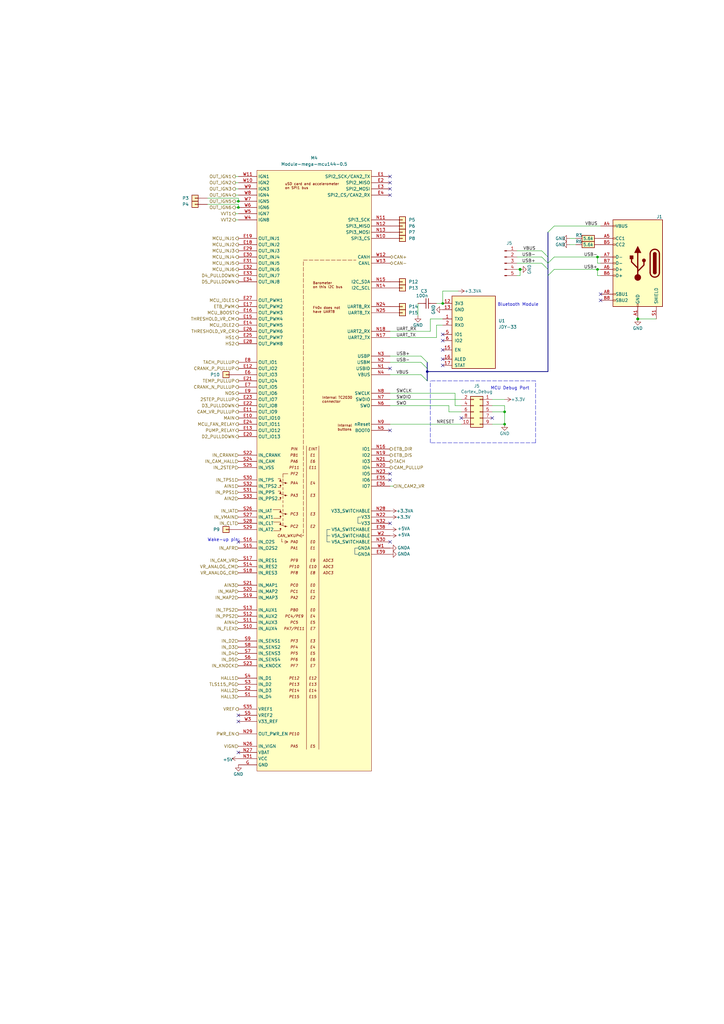
<source format=kicad_sch>
(kicad_sch (version 20230121) (generator eeschema)
  (paper "A3" portrait)
  (lib_symbols
    (symbol "Connector:Conn_01x05_Pin" (pin_names (offset 1.016) hide)
      (property "Reference" "J" (at 0 7.62 0))
      (property "Value" "Conn_01x05_Pin" (at 0 -7.62 0))
      (symbol "Conn_01x05_Pin_1_1"
        (polyline (pts (xy 1.27 -5.08) (xy 0.8636 -5.08)) (stroke (width 0.1524)))
        (polyline (pts (xy 1.27 -2.54) (xy 0.8636 -2.54)) (stroke (width 0.1524)))
        (polyline (pts (xy 1.27 0) (xy 0.8636 0)) (stroke (width 0.1524)))
        (polyline (pts (xy 1.27 2.54) (xy 0.8636 2.54)) (stroke (width 0.1524)))
        (polyline (pts (xy 1.27 5.08) (xy 0.8636 5.08)) (stroke (width 0.1524)))
        (rectangle (start 0.8636 -4.953) (end 0 -5.207) (stroke (width 0.1524)) (fill (type outline)))
        (rectangle (start 0.8636 -2.413) (end 0 -2.667) (stroke (width 0.1524)) (fill (type outline)))
        (rectangle (start 0.8636 0.127) (end 0 -0.127) (stroke (width 0.1524)) (fill (type outline)))
        (rectangle (start 0.8636 2.667) (end 0 2.413) (stroke (width 0.1524)) (fill (type outline)))
        (rectangle (start 0.8636 5.207) (end 0 4.953) (stroke (width 0.1524)) (fill (type outline)))
        (pin passive line (at 5.08 5.08 180) (length 3.81) (name "Pin_1") (number "1"))
        (pin passive line (at 5.08 2.54 180) (length 3.81) (name "Pin_2") (number "2"))
        (pin passive line (at 5.08 0 180) (length 3.81) (name "Pin_3") (number "3"))
        (pin passive line (at 5.08 -2.54 180) (length 3.81) (name "Pin_4") (number "4"))
        (pin passive line (at 5.08 -5.08 180) (length 3.81) (name "Pin_5") (number "5"))
      )
    )
    (symbol "Connector:USB_C_Receptacle_USB2.0" (pin_names (offset 1.016))
      (property "Reference" "J" (at -10.16 19.05 0))
      (property "Value" "USB_C_Receptacle_USB2.0" (at 19.05 19.05 0))
      (symbol "USB_C_Receptacle_USB2.0_0_0"
        (rectangle (start -0.254 -17.78) (end 0.254 -16.764))
        (rectangle (start 10.16 -14.986) (end 9.144 -15.494))
        (rectangle (start 10.16 -12.446) (end 9.144 -12.954))
        (rectangle (start 10.16 -4.826) (end 9.144 -5.334))
        (rectangle (start 10.16 -2.286) (end 9.144 -2.794))
        (rectangle (start 10.16 0.254) (end 9.144 -0.254))
        (rectangle (start 10.16 2.794) (end 9.144 2.286))
        (rectangle (start 10.16 7.874) (end 9.144 7.366))
        (rectangle (start 10.16 10.414) (end 9.144 9.906))
        (rectangle (start 10.16 15.494) (end 9.144 14.986))
      )
      (symbol "USB_C_Receptacle_USB2.0_0_1"
        (rectangle (start -10.16 17.78) (end 10.16 -17.78) (stroke (width 0.254)) (fill (type background)))
        (arc (start -8.89 -3.81) (mid -6.985 -5.7067) (end -5.08 -3.81) (stroke (width 0.508)))
        (arc (start -7.62 -3.81) (mid -6.985 -4.4423) (end -6.35 -3.81) (stroke (width 0.254)))
        (arc (start -7.62 -3.81) (mid -6.985 -4.4423) (end -6.35 -3.81) (stroke (width 0.254)) (fill (type outline)))
        (rectangle (start -7.62 -3.81) (end -6.35 3.81) (stroke (width 0.254)) (fill (type outline)))
        (arc (start -6.35 3.81) (mid -6.985 4.4423) (end -7.62 3.81) (stroke (width 0.254)))
        (arc (start -6.35 3.81) (mid -6.985 4.4423) (end -7.62 3.81) (stroke (width 0.254)) (fill (type outline)))
        (arc (start -5.08 3.81) (mid -6.985 5.7067) (end -8.89 3.81) (stroke (width 0.508)))
        (circle (center -2.54 1.143) (radius 0.635) (stroke (width 0.254)) (fill (type outline)))
        (circle (center 0 -5.842) (radius 1.27) (fill (type outline)))
        (polyline (pts (xy -8.89 -3.81) (xy -8.89 3.81)) (stroke (width 0.508)))
        (polyline (pts (xy -5.08 3.81) (xy -5.08 -3.81)) (stroke (width 0.508)))
        (polyline (pts (xy 0 -5.842) (xy 0 4.318)) (stroke (width 0.508)))
        (polyline (pts (xy 0 -3.302) (xy -2.54 -0.762) (xy -2.54 0.508)) (stroke (width 0.508)))
        (polyline (pts (xy 0 -2.032) (xy 2.54 0.508) (xy 2.54 1.778)) (stroke (width 0.508)))
        (polyline (pts (xy -1.27 4.318) (xy 0 6.858) (xy 1.27 4.318) (xy -1.27 4.318)) (stroke (width 0.254)) (fill (type outline)))
        (rectangle (start 1.905 1.778) (end 3.175 3.048) (stroke (width 0.254)) (fill (type outline)))
      )
      (symbol "USB_C_Receptacle_USB2.0_1_1"
        (pin passive line (at 0 -22.86 90) (length 5.08) (name "GND") (number "A1"))
        (pin passive line (at 0 -22.86 90) (length 5.08) hide (name "GND") (number "A12"))
        (pin passive line (at 15.24 15.24 180) (length 5.08) (name "VBUS") (number "A4"))
        (pin bidirectional line (at 15.24 10.16 180) (length 5.08) (name "CC1") (number "A5"))
        (pin bidirectional line (at 15.24 -2.54 180) (length 5.08) (name "D+") (number "A6"))
        (pin bidirectional line (at 15.24 2.54 180) (length 5.08) (name "D-") (number "A7"))
        (pin bidirectional line (at 15.24 -12.7 180) (length 5.08) (name "SBU1") (number "A8"))
        (pin passive line (at 15.24 15.24 180) (length 5.08) hide (name "VBUS") (number "A9"))
        (pin passive line (at 0 -22.86 90) (length 5.08) hide (name "GND") (number "B1"))
        (pin passive line (at 0 -22.86 90) (length 5.08) hide (name "GND") (number "B12"))
        (pin passive line (at 15.24 15.24 180) (length 5.08) hide (name "VBUS") (number "B4"))
        (pin bidirectional line (at 15.24 7.62 180) (length 5.08) (name "CC2") (number "B5"))
        (pin bidirectional line (at 15.24 -5.08 180) (length 5.08) (name "D+") (number "B6"))
        (pin bidirectional line (at 15.24 0 180) (length 5.08) (name "D-") (number "B7"))
        (pin bidirectional line (at 15.24 -15.24 180) (length 5.08) (name "SBU2") (number "B8"))
        (pin passive line (at 15.24 15.24 180) (length 5.08) hide (name "VBUS") (number "B9"))
        (pin passive line (at -7.62 -22.86 90) (length 5.08) (name "SHIELD") (number "S1"))
      )
    )
    (symbol "Connector_Generic:Conn_02x05_Odd_Even" (pin_names (offset 1.016) hide)
      (property "Reference" "J" (at 1.27 7.62 0))
      (property "Value" "Conn_02x05_Odd_Even" (at 1.27 -7.62 0))
      (symbol "Conn_02x05_Odd_Even_1_1"
        (rectangle (start -1.27 -4.953) (end 0 -5.207) (stroke (width 0.1524)))
        (rectangle (start -1.27 -2.413) (end 0 -2.667) (stroke (width 0.1524)))
        (rectangle (start -1.27 0.127) (end 0 -0.127) (stroke (width 0.1524)))
        (rectangle (start -1.27 2.667) (end 0 2.413) (stroke (width 0.1524)))
        (rectangle (start -1.27 5.207) (end 0 4.953) (stroke (width 0.1524)))
        (rectangle (start -1.27 6.35) (end 3.81 -6.35) (stroke (width 0.254)) (fill (type background)))
        (rectangle (start 3.81 -4.953) (end 2.54 -5.207) (stroke (width 0.1524)))
        (rectangle (start 3.81 -2.413) (end 2.54 -2.667) (stroke (width 0.1524)))
        (rectangle (start 3.81 0.127) (end 2.54 -0.127) (stroke (width 0.1524)))
        (rectangle (start 3.81 2.667) (end 2.54 2.413) (stroke (width 0.1524)))
        (rectangle (start 3.81 5.207) (end 2.54 4.953) (stroke (width 0.1524)))
        (pin passive line (at -5.08 5.08 0) (length 3.81) (name "Pin_1") (number "1"))
        (pin passive line (at 7.62 -5.08 180) (length 3.81) (name "Pin_10") (number "10"))
        (pin passive line (at 7.62 5.08 180) (length 3.81) (name "Pin_2") (number "2"))
        (pin passive line (at -5.08 2.54 0) (length 3.81) (name "Pin_3") (number "3"))
        (pin passive line (at 7.62 2.54 180) (length 3.81) (name "Pin_4") (number "4"))
        (pin passive line (at -5.08 0 0) (length 3.81) (name "Pin_5") (number "5"))
        (pin passive line (at 7.62 0 180) (length 3.81) (name "Pin_6") (number "6"))
        (pin passive line (at -5.08 -2.54 0) (length 3.81) (name "Pin_7") (number "7"))
        (pin passive line (at 7.62 -2.54 180) (length 3.81) (name "Pin_8") (number "8"))
        (pin passive line (at -5.08 -5.08 0) (length 3.81) (name "Pin_9") (number "9"))
      )
    )
    (symbol "JDY-33:JDY-33" (pin_names (offset 1.016))
      (property "Reference" "U18" (at 19.05 1.7781 0))
      (property "Value" "JDY-33" (at 19.05 -0.7619 0))
      (symbol "JDY-33_0_1"
        (rectangle (start 0 11.938) (end 17.78 -17.78) (stroke (width 0.254)) (fill (type background)))
      )
      (symbol "JDY-33_1_1"
        (pin output line (at -3.81 2.54 0) (length 3.81) (name "TXD") (number "1"))
        (pin power_in line (at -3.81 8.89 0) (length 3.81) (name "3V3") (number "12"))
        (pin power_in line (at -3.81 6.35 0) (length 3.81) (name "GND") (number "13"))
        (pin output line (at -3.81 -10.16 0) (length 3.81) (name "EN") (number "15"))
        (pin output line (at -3.81 -13.97 0) (length 3.81) (name "ALED") (number "16"))
        (pin output line (at -3.81 -16.51 0) (length 3.81) (name "STAT") (number "17"))
        (pin input line (at -3.81 0 0) (length 3.81) (name "RXD") (number "2"))
        (pin passive line (at -3.81 -3.81 0) (length 3.81) (name "IO1") (number "5"))
        (pin passive line (at -3.81 -6.35 0) (length 3.81) (name "IO2") (number "6"))
      )
    )
    (symbol "hellen-one-common:Cap" (pin_numbers hide)
      (property "Reference" "C" (at -3.81 2.54 0))
      (property "Value" "Cap" (at -2.54 -1.27 0))
      (symbol "Cap_1_0"
        (polyline (pts (xy -1.27 0) (xy -0.508 0)) (stroke (width 0.254)))
        (polyline (pts (xy -0.508 -2.032) (xy -0.508 2.032)) (stroke (width 0.254)))
        (polyline (pts (xy 0.508 2.032) (xy 0.508 -2.032)) (stroke (width 0.254)))
        (polyline (pts (xy 1.27 0) (xy 0.508 0)) (stroke (width 0.254)))
        (pin passive line (at -3.81 0 0) (length 2.54) (name "") (number "1"))
        (pin passive line (at 3.81 0 180) (length 2.54) (name "") (number "2"))
      )
    )
    (symbol "hellen-one-common:Pad" (pin_numbers hide) (pin_names (offset 1.016) hide)
      (property "Reference" "P" (at 2.54 0 0))
      (symbol "Pad_1_1"
        (rectangle (start -1.27 0.127) (end 0 -0.127) (stroke (width 0.1524)))
        (rectangle (start -1.27 1.27) (end 1.27 -1.27) (stroke (width 0.254)) (fill (type background)))
        (pin passive line (at -5.08 0 0) (length 3.81) (name "Pin_1") (number "1"))
      )
    )
    (symbol "hellen-one-common:Res" (pin_numbers hide)
      (property "Reference" "R" (at 3.81 2.54 0))
      (property "Value" "Res" (at 5.08 -2.54 0))
      (symbol "Res_1_0"
        (rectangle (start 2.54 -1.27) (end 7.62 1.27) (stroke (width 0.254)) (fill (type background)))
        (pin passive line (at 0 0 0) (length 2.54) (name "") (number "1"))
        (pin passive line (at 10.16 0 180) (length 2.54) (name "") (number "2"))
      )
    )
    (symbol "hellen-one-mega-mcu144-0.5:Module-mega-mcu144-0.5"
      (property "Reference" "M1000" (at 7.62 2.54 0))
      (property "Value" "Module-mega-mcu144-0.5" (at 7.62 -246.38 0))
      (symbol "Module-mega-mcu144-0.5_0_1"
        (polyline (pts (xy 16.764 -142.748) (xy 19.304 -143.51)))
        (polyline (pts (xy 16.764 -137.668) (xy 19.304 -138.43)))
        (polyline (pts (xy 16.764 -130.048) (xy 19.304 -130.81)))
        (polyline (pts (xy 16.764 -124.968) (xy 19.304 -125.73)))
        (polyline (pts (xy 18.288 -143.002) (xy 18.288 -141.986)))
        (polyline (pts (xy 18.288 -141.224) (xy 18.288 -140.208)))
        (polyline (pts (xy 18.288 -139.446) (xy 18.288 -138.43)))
        (polyline (pts (xy 18.288 -137.414) (xy 18.288 -136.398)))
        (polyline (pts (xy 18.288 -135.636) (xy 18.288 -134.62)))
        (polyline (pts (xy 18.288 -133.858) (xy 18.288 -132.842)))
        (polyline (pts (xy 18.288 -132.08) (xy 18.288 -131.064)))
        (polyline (pts (xy 18.288 -130.302) (xy 18.288 -129.286)))
        (polyline (pts (xy 18.288 -128.524) (xy 18.288 -127.508)))
        (polyline (pts (xy 18.288 -126.746) (xy 18.288 -125.73)))
        (polyline (pts (xy 18.288 -124.968) (xy 18.288 -123.952)))
        (polyline (pts (xy 18.288 -123.444) (xy 18.288 -121.92)))
        (polyline (pts (xy 18.288 -121.92) (xy 20.32 -121.92)))
        (polyline (pts (xy 19.304 -143.51) (xy 20.066 -143.51)))
        (polyline (pts (xy 19.304 -138.43) (xy 20.066 -138.43)))
        (polyline (pts (xy 19.304 -130.81) (xy 20.066 -130.81)))
        (polyline (pts (xy 19.304 -125.73) (xy 20.066 -125.73)))
        (polyline (pts (xy 17.272 -144.526) (xy 17.272 -145.288) (xy 14.478 -145.288)))
        (polyline (pts (xy 17.272 -142.494) (xy 17.272 -141.732) (xy 14.478 -141.732)))
        (polyline (pts (xy 17.272 -139.446) (xy 17.272 -140.208) (xy 14.478 -140.208)))
        (polyline (pts (xy 17.272 -137.414) (xy 17.272 -136.652) (xy 14.224 -136.652)))
        (polyline (pts (xy 17.272 -131.826) (xy 17.272 -132.588) (xy 16.256 -132.588)))
        (polyline (pts (xy 17.272 -129.794) (xy 17.272 -129.032) (xy 16.256 -129.032)))
        (polyline (pts (xy 17.272 -126.746) (xy 17.272 -127.508) (xy 16.256 -127.508)))
        (polyline (pts (xy 17.272 -124.714) (xy 17.272 -123.952) (xy 16.256 -123.952)))
        (circle (center 17.272 -144.526) (radius 0.254) (fill (type outline)))
        (circle (center 17.272 -142.494) (radius 0.254) (fill (type outline)))
        (circle (center 17.272 -139.446) (radius 0.254) (fill (type outline)))
        (circle (center 17.272 -137.414) (radius 0.254) (fill (type outline)))
        (circle (center 17.272 -131.826) (radius 0.254) (fill (type outline)))
        (circle (center 17.272 -129.794) (radius 0.254) (fill (type outline)))
        (circle (center 17.272 -126.746) (radius 0.254) (fill (type outline)))
        (circle (center 17.272 -124.714) (radius 0.254) (fill (type outline)))
        (circle (center 19.304 -143.51) (radius 0.254) (fill (type outline)))
        (circle (center 19.304 -138.43) (radius 0.254) (fill (type outline)))
        (circle (center 19.304 -130.81) (radius 0.254) (fill (type outline)))
        (circle (center 19.304 -125.73) (radius 0.254) (fill (type outline)))
      )
      (symbol "Module-mega-mcu144-0.5_1_0"
        (polyline (pts (xy 20.32 -149.86) (xy 19.05 -150.495)))
        (polyline (pts (xy 20.32 -149.86) (xy 19.05 -149.225)))
        (polyline (pts (xy 24.765 -147.32) (xy 26.035 -147.955)))
        (polyline (pts (xy 24.765 -147.32) (xy 26.035 -146.685)))
        (polyline (pts (xy 27.94 -110.49) (xy 27.94 -234.95)))
        (polyline (pts (xy 33.02 -110.49) (xy 33.02 -234.95)))
        (polyline (pts (xy 17.78 -148.59) (xy 17.78 -149.86) (xy 20.32 -149.86)) (stroke (width 0) (type dash)))
        (polyline (pts (xy 36.322 -147.32) (xy 37.592 -147.32) (xy 37.592 -147.32) (xy 37.592 -147.32)) (stroke (width 0) (color 7 55 99 1)))
        (polyline (pts (xy 37.592 -144.78) (xy 36.322 -144.78) (xy 36.322 -149.86) (xy 37.592 -149.86)) (stroke (width 0) (color 7 55 99 1)))
        (polyline (pts (xy 49.022 -152.4) (xy 47.752 -152.4) (xy 47.752 -154.94) (xy 49.022 -154.94)) (stroke (width 0) (color 7 55 99 1)))
        (polyline (pts (xy 50.292 -139.7) (xy 49.022 -139.7) (xy 49.022 -142.24) (xy 50.292 -142.24)) (stroke (width 0) (color 7 55 99 1)))
        (polyline (pts (xy 25.4 -147.32) (xy 26.67 -147.32) (xy 26.67 -124.46) (xy 26.67 -34.29) (xy 48.26 -34.29)) (stroke (width 0) (type dash)))
        (rectangle (start 7.62 2.54) (end 54.61 -243.84) (fill (type background)))
        (text "ADC3" (at 36.83 -162.56 0) (effects (font (size 1.1 1.1) italic)))
        (text "ADC3" (at 36.83 -160.02 0) (effects (font (size 1.1 1.1) italic)))
        (text "ADC3" (at 36.83 -157.48 0) (effects (font (size 1.1 1.1) italic)))
        (text "Barometer\non this I2C bus" (at 30.48 -44.45 0) (effects (font (size 1.016 1.016)) (justify left)))
        (text "CAN_WKUP" (at 20.32 -147.32 0) (effects (font (size 1.1 1.1) italic)))
        (text "E0" (at 30.48 -177.8 0) (effects (font (size 1.1 1.1) italic)))
        (text "E0" (at 30.48 -167.64 0) (effects (font (size 1.1 1.1) italic)))
        (text "E0" (at 30.48 -149.86 0) (effects (font (size 1.1 1.1) italic)))
        (text "E1" (at 30.48 -170.18 0) (effects (font (size 1.1 1.1) italic)))
        (text "E1" (at 30.48 -152.4 0) (effects (font (size 1.1 1.1) italic)))
        (text "E1" (at 30.48 -114.3 0) (effects (font (size 1.1 1.1) italic)))
        (text "E10" (at 30.48 -160.02 0) (effects (font (size 1.1 1.1) italic)))
        (text "E11" (at 30.48 -119.38 0) (effects (font (size 1.1 1.1) italic)))
        (text "E12" (at 30.48 -205.74 0) (effects (font (size 1.1 1.1) italic)))
        (text "E13" (at 30.48 -208.28 0) (effects (font (size 1.1 1.1) italic)))
        (text "E14" (at 30.48 -210.82 0) (effects (font (size 1.1 1.1) italic)))
        (text "E15" (at 30.48 -213.36 0) (effects (font (size 1.1 1.1) italic)))
        (text "E2" (at 30.48 -172.72 0) (effects (font (size 1.1 1.1) italic)))
        (text "E2" (at 30.48 -143.51 0) (effects (font (size 1.1 1.1) italic)))
        (text "E3" (at 30.48 -190.5 0) (effects (font (size 1.1 1.1) italic)))
        (text "E3" (at 30.48 -138.43 0) (effects (font (size 1.1 1.1) italic)))
        (text "E3" (at 30.48 -130.81 0) (effects (font (size 1.1 1.1) italic)))
        (text "E4" (at 30.48 -193.04 0) (effects (font (size 1.1 1.1) italic)))
        (text "E4" (at 30.48 -180.34 0) (effects (font (size 1.1 1.1) italic)))
        (text "E4" (at 30.48 -125.73 0) (effects (font (size 1.1 1.1) italic)))
        (text "E5" (at 30.48 -233.68 0) (effects (font (size 1.1 1.1) italic)))
        (text "E5" (at 30.48 -195.58 0) (effects (font (size 1.1 1.1) italic)))
        (text "E5" (at 30.48 -182.88 0) (effects (font (size 1.1 1.1) italic)))
        (text "E6" (at 30.48 -198.12 0) (effects (font (size 1.1 1.1) italic)))
        (text "E6" (at 30.48 -116.84 0) (effects (font (size 1.1 1.1) italic)))
        (text "E7" (at 30.48 -200.66 0) (effects (font (size 1.1 1.1) italic)))
        (text "E7" (at 30.48 -185.42 0) (effects (font (size 1.1 1.1) italic)))
        (text "E8" (at 30.48 -162.56 0) (effects (font (size 1.1 1.1) italic)))
        (text "E9" (at 30.48 -157.48 0) (effects (font (size 1.1 1.1) italic)))
        (text "EINT" (at 30.48 -111.76 0) (effects (font (size 1.1 1.1) italic)))
        (text "F40x does not\nhave UART8" (at 30.48 -54.61 0) (effects (font (size 1.016 1.016)) (justify left)))
        (text "Internal\nbuttons" (at 40.64 -102.87 0) (effects (font (size 1.016 1.016)) (justify left)))
        (text "Internal TC2030\nconnector" (at 34.29 -91.44 0) (effects (font (size 1.016 1.016)) (justify left)))
        (text "PA0" (at 22.86 -149.86 0) (effects (font (size 1.1 1.1) italic)))
        (text "PA1" (at 22.86 -152.4 0) (effects (font (size 1.1 1.1) italic)))
        (text "PA2" (at 22.86 -172.72 0) (effects (font (size 1.1 1.1) italic)))
        (text "PA3" (at 22.86 -130.81 0) (effects (font (size 1.1 1.1) italic)))
        (text "PA4" (at 22.86 -125.73 0) (effects (font (size 1.1 1.1) italic)))
        (text "PA5" (at 22.86 -233.68 0) (effects (font (size 1.1 1.1) italic)))
        (text "PA6" (at 22.86 -116.84 0) (effects (font (size 1.1 1.1) italic)))
        (text "PA7/PE11" (at 22.86 -185.42 0) (effects (font (size 1.1 1.1) italic)))
        (text "PB0" (at 22.86 -177.8 0) (effects (font (size 1.1 1.1) italic)))
        (text "PB1" (at 22.86 -114.3 0) (effects (font (size 1.1 1.1) italic)))
        (text "PC0" (at 22.86 -167.64 0) (effects (font (size 1.1 1.1) italic)))
        (text "PC1" (at 22.86 -170.18 0) (effects (font (size 1.1 1.1) italic)))
        (text "PC2" (at 22.86 -143.51 0) (effects (font (size 1.1 1.1) italic)))
        (text "PC3" (at 22.86 -138.43 0) (effects (font (size 1.1 1.1) italic)))
        (text "PC4/PE9" (at 22.86 -180.34 0) (effects (font (size 1.1 1.1) italic)))
        (text "PC5" (at 22.86 -182.88 0) (effects (font (size 1.1 1.1) italic)))
        (text "PE10" (at 22.86 -228.6 0) (effects (font (size 1.1 1.1) italic)))
        (text "PE12" (at 22.86 -205.74 0) (effects (font (size 1.1 1.1) italic)))
        (text "PE13" (at 22.86 -208.28 0) (effects (font (size 1.1 1.1) italic)))
        (text "PE14" (at 22.86 -210.82 0) (effects (font (size 1.1 1.1) italic)))
        (text "PE15" (at 22.86 -213.36 0) (effects (font (size 1.1 1.1) italic)))
        (text "PF10" (at 22.86 -160.02 0) (effects (font (size 1.1 1.1) italic)))
        (text "PF11" (at 22.86 -119.38 0) (effects (font (size 1.1 1.1) italic)))
        (text "PF2" (at 22.86 -121.92 0) (effects (font (size 1.1 1.1) italic)))
        (text "PF3" (at 22.86 -190.5 0) (effects (font (size 1.1 1.1) italic)))
        (text "PF4" (at 22.86 -193.04 0) (effects (font (size 1.1 1.1) italic)))
        (text "PF5" (at 22.86 -195.58 0) (effects (font (size 1.1 1.1) italic)))
        (text "PF6" (at 22.86 -198.12 0) (effects (font (size 1.1 1.1) italic)))
        (text "PF7" (at 22.86 -200.66 0) (effects (font (size 1.1 1.1) italic)))
        (text "PF8" (at 22.86 -162.56 0) (effects (font (size 1.1 1.1) italic)))
        (text "PF9" (at 22.86 -157.48 0) (effects (font (size 1.1 1.1) italic)))
        (text "PIN" (at 22.86 -111.76 0) (effects (font (size 1.1 1.1) italic)))
        (text "uSD card and accelerometer \non SPI1 bus" (at 19.05 -3.81 0) (effects (font (size 1.016 1.016)) (justify left)))
        (pin passive line (at 62.23 0 180) (length 7.62) (name "SPI2_SCK/CAN2_TX") (number "E1"))
        (pin passive line (at 0 -99.06 0) (length 7.62) (name "OUT_IO10") (number "E10"))
        (pin passive line (at 0 -96.52 0) (length 7.62) (name "OUT_IO9") (number "E11"))
        (pin passive line (at 0 -78.74 0) (length 7.62) (name "OUT_IO2") (number "E12"))
        (pin passive line (at 0 -104.14 0) (length 7.62) (name "OUT_IO12") (number "E13"))
        (pin passive line (at 0 -60.96 0) (length 7.62) (name "OUT_PWM5") (number "E14"))
        (pin passive line (at 0 -58.42 0) (length 7.62) (name "OUT_PWM4") (number "E15"))
        (pin passive line (at 0 -55.88 0) (length 7.62) (name "OUT_PWM3") (number "E16"))
        (pin passive line (at 0 -53.34 0) (length 7.62) (name "OUT_PWM2") (number "E17"))
        (pin passive line (at 0 -27.94 0) (length 7.62) (name "OUT_INJ2") (number "E18"))
        (pin passive line (at 0 -25.4 0) (length 7.62) (name "OUT_INJ1") (number "E19"))
        (pin passive line (at 62.23 -2.54 180) (length 7.62) (name "SPI2_MISO") (number "E2"))
        (pin passive line (at 0 -106.68 0) (length 7.62) (name "OUT_IO13") (number "E20"))
        (pin passive line (at 0 -83.82 0) (length 7.62) (name "OUT_IO4") (number "E21"))
        (pin passive line (at 0 -93.98 0) (length 7.62) (name "OUT_IO8") (number "E22"))
        (pin passive line (at 0 -91.44 0) (length 7.62) (name "OUT_IO7") (number "E23"))
        (pin passive line (at 0 -101.6 0) (length 7.62) (name "OUT_IO11") (number "E24"))
        (pin passive line (at 0 -66.04 0) (length 7.62) (name "OUT_PWM7") (number "E25"))
        (pin passive line (at 0 -63.5 0) (length 7.62) (name "OUT_PWM6") (number "E26"))
        (pin passive line (at 0 -50.8 0) (length 7.62) (name "OUT_PWM1") (number "E27"))
        (pin passive line (at 0 -68.58 0) (length 7.62) (name "OUT_PWM8") (number "E28"))
        (pin passive line (at 0 -30.48 0) (length 7.62) (name "OUT_INJ3") (number "E29"))
        (pin passive line (at 62.23 -5.08 180) (length 7.62) (name "SPI2_MOSI") (number "E3"))
        (pin passive line (at 0 -33.02 0) (length 7.62) (name "OUT_INJ4") (number "E30"))
        (pin passive line (at 0 -35.56 0) (length 7.62) (name "OUT_INJ5") (number "E31"))
        (pin passive line (at 0 -38.1 0) (length 7.62) (name "OUT_INJ6") (number "E32"))
        (pin passive line (at 0 -40.64 0) (length 7.62) (name "OUT_INJ7") (number "E33"))
        (pin passive line (at 0 -43.18 0) (length 7.62) (name "OUT_INJ8") (number "E34"))
        (pin passive line (at 62.23 -124.46 180) (length 7.62) (name "IO6") (number "E35"))
        (pin passive line (at 62.23 -127 180) (length 7.62) (name "IO7") (number "E36"))
        (pin passive line (at 62.23 -144.78 180) (length 7.62) (name "V5A_SWITCHABLE") (number "E38"))
        (pin passive line (at 62.23 -154.94 180) (length 7.62) (name "GNDA") (number "E39"))
        (pin passive line (at 62.23 -7.62 180) (length 7.62) (name "SPI2_CS/CAN2_RX") (number "E4"))
        (pin passive line (at 0 -81.28 0) (length 7.62) (name "OUT_IO3") (number "E6"))
        (pin passive line (at 0 -86.36 0) (length 7.62) (name "OUT_IO5") (number "E7"))
        (pin passive line (at 0 -76.2 0) (length 7.62) (name "OUT_IO1") (number "E8"))
        (pin passive line (at 0 -88.9 0) (length 7.62) (name "OUT_IO6") (number "E9"))
        (pin passive line (at 0 -241.3 0) (length 7.62) (name "GND") (number "G"))
        (pin passive line (at 62.23 -78.74 180) (length 7.62) (name "USBID") (number "N1"))
        (pin passive line (at 62.23 -25.4 180) (length 7.62) (name "SPI3_CS") (number "N10"))
        (pin passive line (at 62.23 -17.78 180) (length 7.62) (name "SPI3_SCK") (number "N11"))
        (pin passive line (at 62.23 -20.32 180) (length 7.62) (name "SPI3_MISO") (number "N12"))
        (pin passive line (at 62.23 -22.86 180) (length 7.62) (name "SPI3_MOSI") (number "N13"))
        (pin passive line (at 62.23 -45.72 180) (length 7.62) (name "I2C_SCL") (number "N14"))
        (pin passive line (at 62.23 -43.18 180) (length 7.62) (name "I2C_SDA") (number "N15"))
        (pin passive line (at 62.23 -111.76 180) (length 7.62) (name "IO1") (number "N16"))
        (pin passive line (at 62.23 -66.04 180) (length 7.62) (name "UART2_TX") (number "N17"))
        (pin passive line (at 62.23 -63.5 180) (length 7.62) (name "UART2_RX") (number "N18"))
        (pin passive line (at 62.23 -114.3 180) (length 7.62) (name "IO2") (number "N19"))
        (pin passive line (at 62.23 -76.2 180) (length 7.62) (name "USBM") (number "N2"))
        (pin passive line (at 62.23 -119.38 180) (length 7.62) (name "IO4") (number "N20"))
        (pin passive line (at 62.23 -116.84 180) (length 7.62) (name "IO3") (number "N21"))
        (pin passive line (at 62.23 -139.7 180) (length 7.62) (name "V33") (number "N22"))
        (pin passive line (at 62.23 -121.92 180) (length 7.62) (name "IO5") (number "N23"))
        (pin passive line (at 62.23 -53.34 180) (length 7.62) (name "UART8_RX") (number "N24"))
        (pin passive line (at 62.23 -55.88 180) (length 7.62) (name "UART8_TX") (number "N25"))
        (pin passive line (at 0 -233.68 0) (length 7.62) (name "IN_VIGN") (number "N26"))
        (pin passive line (at 0 -236.22 0) (length 7.62) (name "VBAT") (number "N27"))
        (pin passive line (at 62.23 -137.16 180) (length 7.62) (name "V33_SWITCHABLE") (number "N28"))
        (pin passive line (at 0 -228.6 0) (length 7.62) (name "OUT_PWR_EN") (number "N29"))
        (pin passive line (at 62.23 -73.66 180) (length 7.62) (name "USBP") (number "N3"))
        (pin passive line (at 62.23 -149.86 180) (length 7.62) (name "V5A_SWITCHABLE") (number "N30"))
        (pin passive line (at 0 -238.76 0) (length 7.62) (name "VCC") (number "N31"))
        (pin passive line (at 62.23 -142.24 180) (length 7.62) (name "V33") (number "N32"))
        (pin passive line (at 62.23 -81.28 180) (length 7.62) (name "VBUS") (number "N4"))
        (pin passive line (at 62.23 -104.14 180) (length 7.62) (name "BOOT0") (number "N5"))
        (pin passive line (at 62.23 -93.98 180) (length 7.62) (name "SWO") (number "N6"))
        (pin passive line (at 62.23 -91.44 180) (length 7.62) (name "SWDIO") (number "N7"))
        (pin passive line (at 62.23 -88.9 180) (length 7.62) (name "SWCLK") (number "N8"))
        (pin passive line (at 62.23 -101.6 180) (length 7.62) (name "nReset") (number "N9"))
        (pin passive line (at 0 -213.36 0) (length 7.62) (name "IN_D4") (number "S1"))
        (pin passive line (at 0 -185.42 0) (length 7.62) (name "IN_AUX4") (number "S10"))
        (pin passive line (at 0 -182.88 0) (length 7.62) (name "IN_AUX3") (number "S11"))
        (pin passive line (at 0 -180.34 0) (length 7.62) (name "IN_AUX2") (number "S12"))
        (pin passive line (at 0 -177.8 0) (length 7.62) (name "IN_AUX1") (number "S13"))
        (pin passive line (at 0 -160.02 0) (length 7.62) (name "IN_RES2") (number "S14"))
        (pin passive line (at 0 -152.4 0) (length 7.62) (name "IN_O2S2") (number "S15"))
        (pin passive line (at 0 -149.86 0) (length 7.62) (name "IN_O2S") (number "S16"))
        (pin passive line (at 0 -157.48 0) (length 7.62) (name "IN_RES1") (number "S17"))
        (pin passive line (at 0 -162.56 0) (length 7.62) (name "IN_RES3") (number "S18"))
        (pin passive line (at 0 -172.72 0) (length 7.62) (name "IN_MAP3") (number "S19"))
        (pin passive line (at 0 -210.82 0) (length 7.62) (name "IN_D3") (number "S2"))
        (pin passive line (at 0 -170.18 0) (length 7.62) (name "IN_MAP2") (number "S20"))
        (pin passive line (at 0 -167.64 0) (length 7.62) (name "IN_MAP1") (number "S21"))
        (pin passive line (at 0 -114.3 0) (length 7.62) (name "IN_CRANK") (number "S22"))
        (pin passive line (at 0 -200.66 0) (length 7.62) (name "IN_KNOCK") (number "S23"))
        (pin passive line (at 0 -116.84 0) (length 7.62) (name "IN_CAM") (number "S24"))
        (pin passive line (at 0 -119.38 0) (length 7.62) (name "IN_VSS") (number "S25"))
        (pin passive line (at 0 -137.16 0) (length 7.62) (name "IN_IAT") (number "S26"))
        (pin passive line (at 0 -139.7 0) (length 7.62) (name "IN_AT1") (number "S27"))
        (pin passive line (at 0 -142.24 0) (length 7.62) (name "IN_CLT") (number "S28"))
        (pin passive line (at 0 -144.78 0) (length 7.62) (name "IN_AT2") (number "S29"))
        (pin passive line (at 0 -208.28 0) (length 7.62) (name "IN_D2") (number "S3"))
        (pin passive line (at 0 -124.46 0) (length 7.62) (name "IN_TPS") (number "S30"))
        (pin passive line (at 0 -129.54 0) (length 7.62) (name "IN_PPS") (number "S31"))
        (pin passive line (at 0 -127 0) (length 7.62) (name "IN_TPS2") (number "S32"))
        (pin passive line (at 0 -132.08 0) (length 7.62) (name "IN_PPS2") (number "S33"))
        (pin passive line (at 0 -218.44 0) (length 7.62) (name "VREF1") (number "S35"))
        (pin passive line (at 0 -205.74 0) (length 7.62) (name "IN_D1") (number "S4"))
        (pin passive line (at 0 -220.98 0) (length 7.62) (name "VREF2") (number "S5"))
        (pin passive line (at 0 -198.12 0) (length 7.62) (name "IN_SENS4") (number "S6"))
        (pin passive line (at 0 -195.58 0) (length 7.62) (name "IN_SENS3") (number "S7"))
        (pin passive line (at 0 -193.04 0) (length 7.62) (name "IN_SENS2") (number "S8"))
        (pin passive line (at 0 -190.5 0) (length 7.62) (name "IN_SENS1") (number "S9"))
        (pin passive line (at 62.23 -152.4 180) (length 7.62) (name "GNDA") (number "W1"))
        (pin passive line (at 0 -2.54 0) (length 7.62) (name "IGN2") (number "W10"))
        (pin passive line (at 0 0 0) (length 7.62) (name "IGN1") (number "W11"))
        (pin passive line (at 62.23 -33.02 180) (length 7.62) (name "CANH") (number "W12"))
        (pin passive line (at 62.23 -35.56 180) (length 7.62) (name "CANL") (number "W13"))
        (pin passive line (at 62.23 -147.32 180) (length 7.62) (name "V5A_SWITCHABLE") (number "W2"))
        (pin passive line (at 0 -223.52 0) (length 7.62) (name "V33_REF") (number "W3"))
        (pin passive line (at 0 -17.78 0) (length 7.62) (name "IGN8") (number "W4"))
        (pin passive line (at 0 -15.24 0) (length 7.62) (name "IGN7") (number "W5"))
        (pin passive line (at 0 -12.7 0) (length 7.62) (name "IGN6") (number "W6"))
        (pin passive line (at 0 -10.16 0) (length 7.62) (name "IGN5") (number "W7"))
        (pin passive line (at 0 -7.62 0) (length 7.62) (name "IGN4") (number "W8"))
        (pin passive line (at 0 -5.08 0) (length 7.62) (name "IGN3") (number "W9"))
      )
    )
    (symbol "power:+3.3V" (power) (pin_names (offset 0))
      (property "Value" "+3.3V" (at 0 3.556 0))
      (symbol "+3.3V_0_1"
        (polyline (pts (xy -0.762 1.27) (xy 0 2.54)))
        (polyline (pts (xy 0 0) (xy 0 2.54)))
        (polyline (pts (xy 0 2.54) (xy 0.762 1.27)))
      )
      (symbol "+3.3V_1_1"
        (pin power_in line (at 0 0 90) (length 0) hide (name "+3.3V") (number "1"))
      )
    )
    (symbol "power:+3.3VA" (power) (pin_names (offset 0))
      (property "Value" "+3.3VA" (at 0 3.556 0))
      (symbol "+3.3VA_0_1"
        (polyline (pts (xy -0.762 1.27) (xy 0 2.54)))
        (polyline (pts (xy 0 0) (xy 0 2.54)))
        (polyline (pts (xy 0 2.54) (xy 0.762 1.27)))
      )
      (symbol "+3.3VA_1_1"
        (pin power_in line (at 0 0 90) (length 0) hide (name "+3.3VA") (number "1"))
      )
    )
    (symbol "power:+5V" (power) (pin_names (offset 0))
      (property "Value" "+5V" (at 0 3.556 0))
      (symbol "+5V_0_1"
        (polyline (pts (xy -0.762 1.27) (xy 0 2.54)))
        (polyline (pts (xy 0 0) (xy 0 2.54)))
        (polyline (pts (xy 0 2.54) (xy 0.762 1.27)))
      )
      (symbol "+5V_1_1"
        (pin power_in line (at 0 0 90) (length 0) hide (name "+5V") (number "1"))
      )
    )
    (symbol "power:+5VA" (power) (pin_names (offset 0))
      (property "Value" "+5VA" (at 0 3.556 0))
      (symbol "+5VA_0_1"
        (polyline (pts (xy -0.762 1.27) (xy 0 2.54)))
        (polyline (pts (xy 0 0) (xy 0 2.54)))
        (polyline (pts (xy 0 2.54) (xy 0.762 1.27)))
      )
      (symbol "+5VA_1_1"
        (pin power_in line (at 0 0 90) (length 0) hide (name "+5VA") (number "1"))
      )
    )
    (symbol "power:GND" (power) (pin_names (offset 0))
      (property "Value" "GND" (at 0 -3.81 0))
      (symbol "GND_0_1"
        (polyline (pts (xy 0 0) (xy 0 -1.27) (xy 1.27 -1.27) (xy 0 -2.54) (xy -1.27 -1.27) (xy 0 -1.27)))
      )
      (symbol "GND_1_1"
        (pin power_in line (at 0 0 270) (length 0) hide (name "GND") (number "1"))
      )
    )
    (symbol "power:GNDA" (power) (pin_names (offset 0))
      (property "Value" "GNDA" (at 0 -3.81 0))
      (symbol "GNDA_0_1"
        (polyline (pts (xy 0 0) (xy 0 -1.27) (xy 1.27 -1.27) (xy 0 -2.54) (xy -1.27 -1.27) (xy 0 -1.27)))
      )
      (symbol "GNDA_1_1"
        (pin power_in line (at 0 0 270) (length 0) hide (name "GNDA") (number "1"))
      )
    )
  )
  (junction (at 207.01 173.99))
  (junction (at 175.26 152.4))
  (junction (at 261.62 130.81) (diameter 1.016))
  (junction (at 97.79 85.09))
  (junction (at 245.11 110.49))
  (junction (at 213.36 110.49) (diameter 1.016))
  (junction (at 245.11 105.41))
  (junction (at 97.79 82.55))
  (junction (at 207.01 168.91))
  (junction (at 181.61 124.46))
  (no_connect (at 97.79 222.25))
  (no_connect (at 160.02 80.01))
  (no_connect (at 246.38 123.19))
  (no_connect (at 160.02 74.93))
  (no_connect (at 160.02 151.13))
  (no_connect (at 160.02 222.25))
  (no_connect (at 160.02 72.39))
  (no_connect (at 160.02 214.63))
  (no_connect (at 160.02 77.47))
  (no_connect (at 181.61 147.32))
  (no_connect (at 181.61 149.86))
  (no_connect (at 189.23 171.45))
  (no_connect (at 181.61 137.16))
  (no_connect (at 201.93 171.45))
  (no_connect (at 181.61 139.7))
  (no_connect (at 181.61 143.51))
  (no_connect (at 160.02 176.53))
  (no_connect (at 97.79 293.37))
  (no_connect (at 160.02 194.31))
  (no_connect (at 97.79 308.61))
  (no_connect (at 97.79 295.91))
  (no_connect (at 160.02 196.85))
  (no_connect (at 246.38 120.65))
  (bus_entry (at 222.25 105.41) (size 2.54 2.54))
  (bus_entry (at 227.33 110.49) (size -2.54 2.54) (stroke (width 0.1524)))
  (bus_entry (at 222.25 107.95) (size 2.54 2.54))
  (bus_entry (at 172.72 148.59) (size 2.54 2.54) (stroke (width 0.1524)))
  (bus_entry (at 222.25 102.87) (size 2.54 2.54))
  (bus_entry (at 172.72 153.67) (size 2.54 2.54) (stroke (width 0.1524)))
  (bus_entry (at 227.33 105.41) (size -2.54 2.54) (stroke (width 0.1524)))
  (bus_entry (at 172.72 146.05) (size 2.54 2.54) (stroke (width 0.1524)))
  (bus_entry (at 227.33 92.71) (size -2.54 2.54) (stroke (width 0.1524)))
  (bus (pts (xy 224.79 105.41) (xy 224.79 107.95)))
  (wire (pts (xy 181.61 119.38) (xy 181.61 124.46)))
  (bus (pts (xy 175.26 151.13) (xy 175.26 152.4)))
  (wire (pts (xy 176.53 135.89) (xy 176.53 130.81)))
  (wire (pts (xy 96.52 77.47) (xy 97.79 77.47)))
  (wire (pts (xy 96.52 87.63) (xy 97.79 87.63)))
  (wire (pts (xy 233.68 100.33) (xy 236.22 100.33)))
  (wire (pts (xy 179.07 124.46) (xy 181.61 124.46)))
  (wire (pts (xy 213.36 113.03) (xy 213.36 110.49)))
  (wire (pts (xy 160.02 138.43) (xy 179.07 138.43)))
  (wire (pts (xy 160.02 161.29) (xy 186.69 161.29)))
  (wire (pts (xy 160.02 163.83) (xy 189.23 163.83)))
  (wire (pts (xy 96.52 82.55) (xy 97.79 82.55)))
  (wire (pts (xy 246.38 110.49) (xy 245.11 110.49)))
  (wire (pts (xy 96.52 90.17) (xy 97.79 90.17)))
  (wire (pts (xy 233.68 97.79) (xy 236.22 97.79)))
  (wire (pts (xy 160.02 146.05) (xy 172.72 146.05)))
  (wire (pts (xy 189.23 166.37) (xy 186.69 166.37)))
  (wire (pts (xy 160.02 153.67) (xy 172.72 153.67)))
  (wire (pts (xy 160.02 135.89) (xy 176.53 135.89)))
  (wire (pts (xy 207.01 168.91) (xy 207.01 173.99)))
  (wire (pts (xy 96.52 72.39) (xy 97.79 72.39)))
  (wire (pts (xy 160.02 166.37) (xy 184.15 166.37)))
  (wire (pts (xy 189.23 168.91) (xy 184.15 168.91)))
  (bus (pts (xy 175.26 152.4) (xy 175.26 156.21)))
  (wire (pts (xy 245.11 107.95) (xy 245.11 105.41)))
  (wire (pts (xy 207.01 163.83) (xy 201.93 163.83)))
  (wire (pts (xy 222.25 107.95) (xy 212.09 107.95)))
  (wire (pts (xy 207.01 173.99) (xy 201.93 173.99)))
  (polyline (pts (xy 176.53 181.61) (xy 176.53 156.21)) (stroke (width 0) (type dash)))
  (wire (pts (xy 96.52 85.09) (xy 97.79 85.09)))
  (wire (pts (xy 201.93 166.37) (xy 207.01 166.37)))
  (wire (pts (xy 245.11 113.03) (xy 245.11 110.49)))
  (wire (pts (xy 181.61 130.81) (xy 176.53 130.81)))
  (bus (pts (xy 224.79 113.03) (xy 224.79 152.4)))
  (polyline (pts (xy 219.71 156.21) (xy 176.53 156.21)) (stroke (width 0) (type dash)))
  (wire (pts (xy 171.45 129.54) (xy 171.45 124.46)))
  (wire (pts (xy 212.09 113.03) (xy 213.36 113.03)))
  (wire (pts (xy 245.11 110.49) (xy 227.33 110.49)))
  (wire (pts (xy 179.07 138.43) (xy 179.07 133.35)))
  (wire (pts (xy 160.02 148.59) (xy 172.72 148.59)))
  (wire (pts (xy 96.52 74.93) (xy 97.79 74.93)))
  (wire (pts (xy 96.52 80.01) (xy 97.79 80.01)))
  (wire (pts (xy 85.09 83.82) (xy 97.79 83.82)))
  (wire (pts (xy 160.02 173.99) (xy 189.23 173.99)))
  (wire (pts (xy 222.25 105.41) (xy 212.09 105.41)))
  (wire (pts (xy 269.24 130.81) (xy 261.62 130.81)))
  (bus (pts (xy 224.79 95.25) (xy 224.79 105.41)))
  (wire (pts (xy 184.15 168.91) (xy 184.15 166.37)))
  (bus (pts (xy 175.26 152.4) (xy 224.79 152.4)))
  (wire (pts (xy 207.01 166.37) (xy 207.01 168.91)))
  (polyline (pts (xy 219.71 181.61) (xy 219.71 156.21)) (stroke (width 0) (type dash)))
  (wire (pts (xy 97.79 81.28) (xy 97.79 82.55)))
  (wire (pts (xy 246.38 113.03) (xy 245.11 113.03)))
  (wire (pts (xy 85.09 81.28) (xy 97.79 81.28)))
  (wire (pts (xy 227.33 92.71) (xy 246.38 92.71)))
  (wire (pts (xy 186.69 166.37) (xy 186.69 161.29)))
  (wire (pts (xy 213.36 110.49) (xy 212.09 110.49)))
  (wire (pts (xy 97.79 83.82) (xy 97.79 85.09)))
  (wire (pts (xy 222.25 102.87) (xy 212.09 102.87)))
  (bus (pts (xy 224.79 107.95) (xy 224.79 110.49)))
  (bus (pts (xy 224.79 110.49) (xy 224.79 113.03)))
  (wire (pts (xy 181.61 119.38) (xy 187.96 119.38)))
  (wire (pts (xy 246.38 105.41) (xy 245.11 105.41)))
  (wire (pts (xy 246.38 107.95) (xy 245.11 107.95)))
  (polyline (pts (xy 219.71 181.61) (xy 176.53 181.61)) (stroke (width 0) (type dash)))
  (wire (pts (xy 161.29 199.39) (xy 160.02 199.39)))
  (wire (pts (xy 245.11 105.41) (xy 227.33 105.41)))
  (bus (pts (xy 175.26 148.59) (xy 175.26 151.13)))
  (wire (pts (xy 201.93 168.91) (xy 207.01 168.91)))
  (wire (pts (xy 179.07 133.35) (xy 181.61 133.35)))
  (text "Bluetooth Module" (at 220.98 125.73 0) (effects (font (size 1.27 1.27)) (justify right bottom)))
  (text "MCU Debug Port" (at 217.17 160.02 0) (effects (font (size 1.27 1.27)) (justify right bottom)))
  (text "Wake-up pin:" (at 85.09 222.25 0) (effects (font (size 1.27 1.27)) (justify left bottom)))
  (label "USB-" (at 162.56 148.59 0))
  (label "SWDIO" (at 162.56 163.83 0))
  (label "VBUS" (at 214.63 102.87 0))
  (label "USB+" (at 245.11 110.49 180))
  (label "NRESET" (at 179.07 173.99 0))
  (label "VBUS" (at 162.56 153.67 0))
  (label "USB+" (at 219.71 107.95 180))
  (label "VBUS" (at 240.03 92.71 0))
  (label "USB-" (at 245.11 105.41 180))
  (label "UART_TX" (at 162.56 138.43 0))
  (label "SWO" (at 162.56 166.37 0))
  (label "USB+" (at 162.56 146.05 0))
  (label "UART_RX" (at 162.56 135.89 0))
  (label "SWCLK" (at 162.56 161.29 0))
  (label "USB-" (at 219.71 105.41 180))
  (hierarchical_label "IN_PPS2" (shape input) (at 97.79 252.73 180))
  (hierarchical_label "IN_TPS1" (shape input) (at 97.79 196.85 180))
  (hierarchical_label "MCU_INJ4" (shape output) (at 97.79 105.41 180))
  (hierarchical_label "OUT_IGN5" (shape output) (at 96.52 82.55 180))
  (hierarchical_label "AIN2" (shape input) (at 97.79 204.47 180))
  (hierarchical_label "AIN1" (shape input) (at 97.79 199.39 180))
  (hierarchical_label "HALL1" (shape input) (at 97.79 278.13 180))
  (hierarchical_label "IN_PPS1" (shape input) (at 97.79 201.93 180))
  (hierarchical_label "MCU_INJ3" (shape output) (at 97.79 102.87 180))
  (hierarchical_label "IN_D3" (shape input) (at 97.79 265.43 180))
  (hierarchical_label "IN_CAM_HALL" (shape input) (at 97.79 189.23 180))
  (hierarchical_label "AIN3" (shape input) (at 97.79 240.03 180))
  (hierarchical_label "IN_MAP" (shape input) (at 97.79 242.57 180))
  (hierarchical_label "ETB_DIR" (shape output) (at 160.02 184.15 0))
  (hierarchical_label "CRANK_P_PULLUP" (shape output) (at 97.79 151.13 180))
  (hierarchical_label "VVT2" (shape output) (at 96.52 90.17 180))
  (hierarchical_label "HALL3" (shape input) (at 97.79 285.75 180))
  (hierarchical_label "THRESHOLD_VR_CR" (shape output) (at 97.79 135.89 180))
  (hierarchical_label "ETB_DIS" (shape output) (at 160.02 186.69 0))
  (hierarchical_label "IN_VMAIN" (shape input) (at 97.79 212.09 180))
  (hierarchical_label "2STEP_PULLUP" (shape output) (at 97.79 163.83 180))
  (hierarchical_label "MCU_FAN_RELAY" (shape output) (at 97.79 173.99 180))
  (hierarchical_label "OUT_IGN1" (shape output) (at 96.52 72.39 180))
  (hierarchical_label "HS1" (shape output) (at 97.79 138.43 180))
  (hierarchical_label "OUT_IGN6" (shape output) (at 96.52 85.09 180))
  (hierarchical_label "IN_CLT" (shape input) (at 97.79 214.63 180))
  (hierarchical_label "TACH_PULLUP" (shape output) (at 97.79 148.59 180))
  (hierarchical_label "NOS" (shape output) (at 97.79 161.29 180))
  (hierarchical_label "IN_D4" (shape input) (at 97.79 267.97 180))
  (hierarchical_label "MCU_INJ1" (shape output) (at 97.79 97.79 180))
  (hierarchical_label "TACH" (shape output) (at 160.02 189.23 0))
  (hierarchical_label "PWR_EN" (shape output) (at 97.79 300.99 180))
  (hierarchical_label "OUT_IGN3" (shape output) (at 96.52 77.47 180))
  (hierarchical_label "HALL2" (shape input) (at 97.79 283.21 180))
  (hierarchical_label "MCU_IDLE2" (shape output) (at 97.79 133.35 180))
  (hierarchical_label "D2_PULLDOWN" (shape output) (at 97.79 179.07 180))
  (hierarchical_label "THRESHOLD_VR_CM" (shape output) (at 97.79 130.81 180))
  (hierarchical_label "PUMP_RELAY" (shape output) (at 97.79 176.53 180))
  (hierarchical_label "MCU_IDLE1" (shape output) (at 97.79 123.19 180))
  (hierarchical_label "OUT_IGN2" (shape output) (at 96.52 74.93 180))
  (hierarchical_label "IN_MAP2" (shape input) (at 97.79 245.11 180))
  (hierarchical_label "VVT1" (shape output) (at 96.52 87.63 180))
  (hierarchical_label "AIN4" (shape input) (at 97.79 255.27 180))
  (hierarchical_label "D5_PULLDOWN" (shape output) (at 97.79 115.57 180))
  (hierarchical_label "CAM_PULLUP" (shape output) (at 160.02 191.77 0))
  (hierarchical_label "D3_PULLDOWN" (shape output) (at 97.79 166.37 180))
  (hierarchical_label "ETB_PWM" (shape output) (at 97.79 125.73 180))
  (hierarchical_label "CAN-" (shape bidirectional) (at 160.02 107.95 0))
  (hierarchical_label "MCU_INJ2" (shape output) (at 97.79 100.33 180))
  (hierarchical_label "IN_CAM2_VR" (shape input) (at 161.29 199.39 0))
  (hierarchical_label "MCU_BOOST" (shape output) (at 97.79 128.27 180))
  (hierarchical_label "IN_KNOCK" (shape input) (at 97.79 273.05 180))
  (hierarchical_label "IN_IAT" (shape input) (at 97.79 209.55 180))
  (hierarchical_label "VR_ANALOG_CM" (shape input) (at 97.79 232.41 180))
  (hierarchical_label "CRANK_N_PULLUP" (shape output) (at 97.79 158.75 180))
  (hierarchical_label "VIGN" (shape input) (at 97.79 306.07 180))
  (hierarchical_label "D4_PULLDOWN" (shape output) (at 97.79 113.03 180))
  (hierarchical_label "HS2" (shape output) (at 97.79 140.97 180))
  (hierarchical_label "MCU_INJ5" (shape output) (at 97.79 107.95 180))
  (hierarchical_label "IN_FLEX" (shape input) (at 97.79 257.81 180))
  (hierarchical_label "OUT_IGN4" (shape output) (at 96.52 80.01 180))
  (hierarchical_label "VR_ANALOG_CR" (shape input) (at 97.79 234.95 180))
  (hierarchical_label "IN_CRANK" (shape input) (at 97.79 186.69 180))
  (hierarchical_label "MCU_INJ6" (shape output) (at 97.79 110.49 180))
  (hierarchical_label "IN_2STEP" (shape input) (at 97.79 191.77 180))
  (hierarchical_label "VREF" (shape output) (at 97.79 290.83 180))
  (hierarchical_label "IN_TPS2" (shape input) (at 97.79 250.19 180))
  (hierarchical_label "IN_AFR" (shape input) (at 97.79 224.79 180))
  (hierarchical_label "IN_CAM_VR" (shape input) (at 97.79 229.87 180))
  (hierarchical_label "MAIN" (shape output) (at 97.79 171.45 180))
  (hierarchical_label "TEMP_PULLUP" (shape output) (at 97.79 156.21 180))
  (hierarchical_label "CAN+" (shape bidirectional) (at 160.02 105.41 0))
  (hierarchical_label "IN_D2" (shape input) (at 97.79 262.89 180))
  (hierarchical_label "IN_D5" (shape input) (at 97.79 270.51 180))
  (hierarchical_label "TLS115_PG" (shape input) (at 97.79 280.67 180))
  (hierarchical_label "CAM_VR_PULLUP" (shape output) (at 97.79 168.91 180))
  (symbol (lib_id "hellen-one-common:Pad") (at 165.1 95.25 0) (unit 1)
    (property "Reference" "P7" (at 167.64 95.2499 0) (effects (justify left)))
    (property "Value" "Pad" (effects hide))
    (property "Footprint" "hellen-one-common:PAD-TH" (effects hide))
    (instances (project "alphax_4ch" (path "" (reference "P7") (unit 1)) (path "" (reference "P23") (unit 1))))
  )
  (symbol (lib_id "power:GND") (at 233.68 97.79 270) (mirror x) (unit 1)
    (property "Reference" "#PWR010" (effects hide))
    (property "Value" "GND" (at 229.87 97.79 90))
    (instances (project "alphax_4ch" (path "" (reference "#PWR010") (unit 1)) (path "" (reference "#PWR0139") (unit 1))))
  )
  (symbol (lib_id "power:+5VA") (at 160.02 219.71 270) (mirror x) (unit 1)
    (property "Reference" "#PWR068" (effects hide))
    (property "Value" "+5VA" (at 165.6144 219.3417 90))
    (instances (project "alphax_4ch" (path "" (reference "#PWR068") (unit 1)) (path "" (reference "#PWR056") (unit 1))))
  )
  (symbol (lib_id "hellen-one-common:Pad") (at 80.01 83.82 0) (mirror y) (unit 1)
    (property "Reference" "P4" (at 77.47 83.8199 0) (effects (justify left)))
    (property "Value" "Pad" (effects hide))
    (property "Footprint" "hellen-one-common:PAD-TH" (effects hide))
    (instances (project "alphax_4ch" (path "" (reference "P4") (unit 1)) (path "" (reference "P17") (unit 1))))
  )
  (symbol (lib_id "hellen-one-common:Res") (at 236.22 97.79 0) (mirror x) (unit 1)
    (property "Reference" "R3" (at 237.49 96.52 0))
    (property "Value" "5.6k" (at 241.3 97.79 0))
    (property "Footprint" "hellen-one-common:R0603" (effects hide))
    (property "LCSC" "C23189" (effects hide))
  )
  (symbol (lib_id "JDY-33:JDY-33") (at 185.42 133.35 0) (unit 1)
    (property "Reference" "U1" (at 204.47 131.572 0) (effects (justify left)))
    (property "Value" "JDY-33" (at 204.47 134.112 0) (effects (justify left)))
    (property "Footprint" "kicad6-libraries:JDY-33" (effects hide))
    (property "Datasheet" "https://datasheet.lcsc.com/lcsc/2106070033_QIACHIP-WL9981TC_C2689544.pdf" (effects hide))
    (property "PARTREV" "v1.0" (effects hide))
    (property "MF" "HuiCheng" (effects hide))
    (property "STANDARD" "Manufacturer Recommendations" (effects hide))
    (instances (project "alphax_4ch" (path "" (reference "U1") (unit 1)) (path "" (reference "U4") (unit 1))))
  )
  (symbol (lib_id "hellen-one-mega-mcu144-0.5:Module-mega-mcu144-0.5") (at 97.79 72.39 0) (unit 1)
    (property "Reference" "M4" (at 128.905 64.77 0))
    (property "Value" "Module-mega-mcu144-0.5" (at 128.905 67.31 0))
    (property "Footprint" "hellen-one-mega-mcu144-0.5:mega-mcu144" (effects hide))
    (property "PUBLISHER" "qwerty-off" (effects hide))
    (property "SUPPLIER PART NUMBER 1" "*" (effects hide))
    (property "SUPPLIER PART NUMBER 2" "*" (effects hide))
    (property "SUPPLIER 1" "Mouser" (effects hide))
    (property "SUPPLIER 2" "Digi-Key" (effects hide))
    (property "FITTED" "False" (effects hide))
    (property "SUPPLIER 3" "LCSC" (effects hide))
    (property "TYPE" "Module" (effects hide))
  )
  (symbol (lib_id "power:+5V") (at 97.79 311.15 90) (mirror x) (unit 1)
    (property "Reference" "#PWR022" (effects hide))
    (property "Value" "+5V" (at 93.4656 311.5183 90))
    (instances (project "alphax_4ch" (path "" (reference "#PWR022") (unit 1)) (path "" (reference "#PWR051") (unit 1))))
  )
  (symbol (lib_id "power:GND") (at 213.36 110.49 90) (unit 1)
    (property "Reference" "#PWR012" (effects hide))
    (property "Value" "GND" (at 217.17 110.49 0))
    (instances (project "alphax_4ch" (path "" (reference "#PWR012") (unit 1)) (path "" (reference "#PWR0135") (unit 1))))
  )
  (symbol (lib_id "power:GNDA") (at 160.02 224.79 90) (unit 1)
    (property "Reference" "#PWR072" (effects hide))
    (property "Value" "GNDA" (at 165.6144 224.6757 90))
    (instances (project "alphax_4ch" (path "" (reference "#PWR072") (unit 1)) (path "" (reference "#PWR060") (unit 1))))
  )
  (symbol (lib_id "Connector:USB_C_Receptacle_USB2.0") (at 261.62 107.95 0) (mirror y) (unit 1)
    (property "Reference" "J1" (at 270.51 88.9 0))
    (property "Value" "USB_C_Receptacle_USB2.0" (effects hide))
    (property "Footprint" "Connector_USB:USB_C_Receptacle_XKB_U262-16XN-4BVC11" (effects hide))
    (property "Datasheet" "https://www.usb.org/sites/default/files/documents/usb_type-c.zip" (effects hide))
    (property "LCSC" "C2927038" (effects hide))
  )
  (symbol (lib_id "hellen-one-common:Pad") (at 165.1 90.17 0) (unit 1)
    (property "Reference" "P5" (at 167.64 90.1699 0) (effects (justify left)))
    (property "Value" "Pad" (effects hide))
    (property "Footprint" "hellen-one-common:PAD-TH" (effects hide))
    (instances (project "alphax_4ch" (path "" (reference "P5") (unit 1)) (path "" (reference "P21") (unit 1))))
  )
  (symbol (lib_id "hellen-one-common:Pad") (at 92.71 217.17 0) (mirror y) (unit 1)
    (property "Reference" "P9" (at 90.17 217.1699 0) (effects (justify left)))
    (property "Value" "Pad" (effects hide))
    (property "Footprint" "hellen-one-common:PAD-TH" (effects hide))
    (instances (project "alphax_4ch" (path "" (reference "P9") (unit 1)) (path "" (reference "P18") (unit 1))))
  )
  (symbol (lib_id "power:GND") (at 207.01 173.99 0) (unit 1)
    (property "Reference" "#PWR081" (effects hide))
    (property "Value" "GND" (at 207.01 177.8 0))
    (instances (project "alphax_4ch" (path "" (reference "#PWR081") (unit 1)) (path "" (reference "#PWR0137") (unit 1))))
  )
  (symbol (lib_id "hellen-one-common:Pad") (at 165.1 125.73 0) (unit 1)
    (property "Reference" "P14" (at 167.64 125.7299 0) (effects (justify left)))
    (property "Value" "Pad" (effects hide))
    (property "Footprint" "hellen-one-common:PAD-TH" (effects hide))
    (instances (project "alphax_4ch" (path "" (reference "P14") (unit 1)) (path "" (reference "P27") (unit 1))))
  )
  (symbol (lib_id "power:+3.3V") (at 207.01 163.83 270) (unit 1)
    (property "Reference" "#PWR074" (effects hide))
    (property "Value" "+3.3V" (at 209.55 163.83 90) (effects (justify left)))
  )
  (symbol (lib_id "Connector:Conn_01x05_Pin") (at 207.01 107.95 0) (unit 1)
    (property "Reference" "J5" (at 210.1087 99.7394 0) (effects (justify right)))
    (property "Value" "Conn_01x05_Male" (effects hide))
    (property "Footprint" "Connector_Molex:Molex_SPOX_5267-05A_1x05_P2.50mm_Vertical" (effects hide))
    (instances (project "alphax_4ch" (path "" (reference "J5") (unit 1)) (path "" (reference "J5") (unit 1))) (project "uaefi" (path "" (reference "J7") (unit 1))))
  )
  (symbol (lib_id "hellen-one-common:Pad") (at 165.1 97.79 0) (unit 1)
    (property "Reference" "P8" (at 167.64 97.7899 0) (effects (justify left)))
    (property "Value" "Pad" (effects hide))
    (property "Footprint" "hellen-one-common:PAD-TH" (effects hide))
    (instances (project "alphax_4ch" (path "" (reference "P8") (unit 1)) (path "" (reference "P24") (unit 1))))
  )
  (symbol (lib_id "hellen-one-common:Pad") (at 165.1 118.11 0) (unit 1)
    (property "Reference" "P13" (at 167.64 118.1099 0) (effects (justify left)))
    (property "Value" "Pad" (effects hide))
    (property "Footprint" "hellen-one-common:PAD-TH" (effects hide))
    (instances (project "alphax_4ch" (path "" (reference "P13") (unit 1)) (path "" (reference "P26") (unit 1))))
  )
  (symbol (lib_id "power:GND") (at 97.79 313.69 0) (mirror y) (unit 1)
    (property "Reference" "#PWR030" (effects hide))
    (property "Value" "GND" (at 97.79 317.5 0))
    (instances (project "alphax_4ch" (path "" (reference "#PWR030") (unit 1)) (path "" (reference "#PWR0138") (unit 1))))
  )
  (symbol (lib_id "hellen-one-common:Pad") (at 165.1 115.57 0) (unit 1)
    (property "Reference" "P12" (at 167.64 115.5699 0) (effects (justify left)))
    (property "Value" "Pad" (effects hide))
    (property "Footprint" "hellen-one-common:PAD-TH" (effects hide))
    (instances (project "alphax_4ch" (path "" (reference "P12") (unit 1)) (path "" (reference "P25") (unit 1))))
  )
  (symbol (lib_id "power:+5VA") (at 160.02 217.17 270) (mirror x) (unit 1)
    (property "Reference" "#PWR067" (effects hide))
    (property "Value" "+5VA" (at 165.6144 216.8017 90))
    (instances (project "alphax_4ch" (path "" (reference "#PWR067") (unit 1)) (path "" (reference "#PWR055") (unit 1))))
  )
  (symbol (lib_id "hellen-one-common:Res") (at 236.22 100.33 0) (mirror x) (unit 1)
    (property "Reference" "R6" (at 237.49 99.06 0))
    (property "Value" "5.6k" (at 241.3 100.33 0))
    (property "Footprint" "hellen-one-common:R0603" (effects hide))
    (property "LCSC" "C23189" (effects hide))
  )
  (symbol (lib_id "hellen-one-common:Pad") (at 165.1 92.71 0) (unit 1)
    (property "Reference" "P6" (at 167.64 92.7099 0) (effects (justify left)))
    (property "Value" "Pad" (effects hide))
    (property "Footprint" "hellen-one-common:PAD-TH" (effects hide))
    (instances (project "alphax_4ch" (path "" (reference "P6") (unit 1)) (path "" (reference "P22") (unit 1))))
  )
  (symbol (lib_id "power:GND") (at 171.45 129.54 0) (unit 1)
    (property "Reference" "#PWR076" (effects hide))
    (property "Value" "GND" (at 171.45 133.35 0))
    (instances (project "alphax_4ch" (path "" (reference "#PWR076") (unit 1)) (path "" (reference "#PWR0134") (unit 1))))
  )
  (symbol (lib_id "hellen-one-common:Pad") (at 80.01 81.28 0) (mirror y) (unit 1)
    (property "Reference" "P3" (at 77.47 81.2799 0) (effects (justify left)))
    (property "Value" "Pad" (effects hide))
    (property "Footprint" "hellen-one-common:PAD-TH" (effects hide))
    (instances (project "alphax_4ch" (path "" (reference "P3") (unit 1)) (path "" (reference "P16") (unit 1))))
  )
  (symbol (lib_id "power:GND") (at 181.61 127 270) (unit 1)
    (property "Reference" "#PWR079" (effects hide))
    (property "Value" "GND" (at 177.8 127 0))
    (instances (project "alphax_4ch" (path "" (reference "#PWR079") (unit 1)) (path "" (reference "#PWR0136") (unit 1))))
  )
  (symbol (lib_id "hellen-one-common:Pad") (at 92.71 153.67 0) (mirror y) (unit 1)
    (property "Reference" "P10" (at 90.17 153.6699 0) (effects (justify left)))
    (property "Value" "Pad" (effects hide))
    (property "Footprint" "hellen-one-common:PAD-TH" (effects hide))
    (instances (project "alphax_4ch" (path "" (reference "P10") (unit 1)) (path "" (reference "P19") (unit 1))))
  )
  (symbol (lib_id "power:+3.3VA") (at 160.02 209.55 270) (unit 1)
    (property "Reference" "#PWR053" (effects hide))
    (property "Value" "+3.3VA" (at 162.56 209.55 90) (effects (justify left)))
  )
  (symbol (lib_id "power:GND") (at 261.62 130.81 0) (mirror y) (unit 1)
    (property "Reference" "#PWR05" (effects hide))
    (property "Value" "GND" (at 261.62 134.62 0))
    (instances (project "alphax_4ch" (path "" (reference "#PWR05") (unit 1)) (path "" (reference "#PWR0142") (unit 1))))
  )
  (symbol (lib_id "power:+3.3VA") (at 187.96 119.38 270) (unit 1)
    (property "Reference" "#PWR064" (effects hide))
    (property "Value" "+3.3VA" (at 190.5 119.38 90) (effects (justify left)))
  )
  (symbol (lib_id "hellen-one-common:Cap") (at 175.26 124.46 0) (unit 1)
    (property "Reference" "C3" (at 175.26 119.38 0) (effects (justify right)))
    (property "Value" "100n" (at 175.6323 121.2695 0) (effects (justify right)))
    (property "Footprint" "hellen-one-common:C0603" (effects hide))
    (property "LCSC" "C14663" (effects hide))
    (instances (project "alphax_4ch" (path "" (reference "C3") (unit 1)) (path "" (reference "C19") (unit 1))))
  )
  (symbol (lib_id "hellen-one-common:Pad") (at 165.1 128.27 0) (unit 1)
    (property "Reference" "P15" (at 167.64 128.2699 0) (effects (justify left)))
    (property "Value" "Pad" (effects hide))
    (property "Footprint" "hellen-one-common:PAD-TH" (effects hide))
    (instances (project "alphax_4ch" (path "" (reference "P15") (unit 1)) (path "" (reference "P28") (unit 1))))
  )
  (symbol (lib_id "power:GND") (at 233.68 100.33 270) (mirror x) (unit 1)
    (property "Reference" "#PWR011" (effects hide))
    (property "Value" "GND" (at 229.87 100.33 90))
    (instances (project "alphax_4ch" (path "" (reference "#PWR011") (unit 1)) (path "" (reference "#PWR0141") (unit 1))))
  )
  (symbol (lib_id "power:+3.3V") (at 160.02 212.09 270) (unit 1)
    (property "Reference" "#PWR054" (effects hide))
    (property "Value" "+3.3V" (at 162.56 212.09 90) (effects (justify left)))
  )
  (symbol (lib_id "power:GNDA") (at 160.02 227.33 90) (unit 1)
    (property "Reference" "#PWR075" (effects hide))
    (property "Value" "GNDA" (at 165.6144 227.2157 90))
    (instances (project "alphax_4ch" (path "" (reference "#PWR075") (unit 1)) (path "" (reference "#PWR061") (unit 1))))
  )
  (symbol (lib_id "Connector_Generic:Conn_02x05_Odd_Even") (at 196.85 168.91 0) (mirror y) (unit 1)
    (property "Reference" "J5" (at 195.58 158.3182 0))
    (property "Value" "Cortex_Debug" (at 195.58 160.6296 0))
    (property "Footprint" "hellen-one-common:PinHeader_2x05_P1.27mm_Vertical_SMD" (effects hide))
    (property "PN" "FTSH-105-01-F-DV-007-K" (effects hide))
    (property "LCSC" "C448647" (effects hide))
    (instances (project "alphax_4ch" (path "" (reference "J5") (unit 1)) (path "" (reference "J2") (unit 1))))
  )
)
</source>
